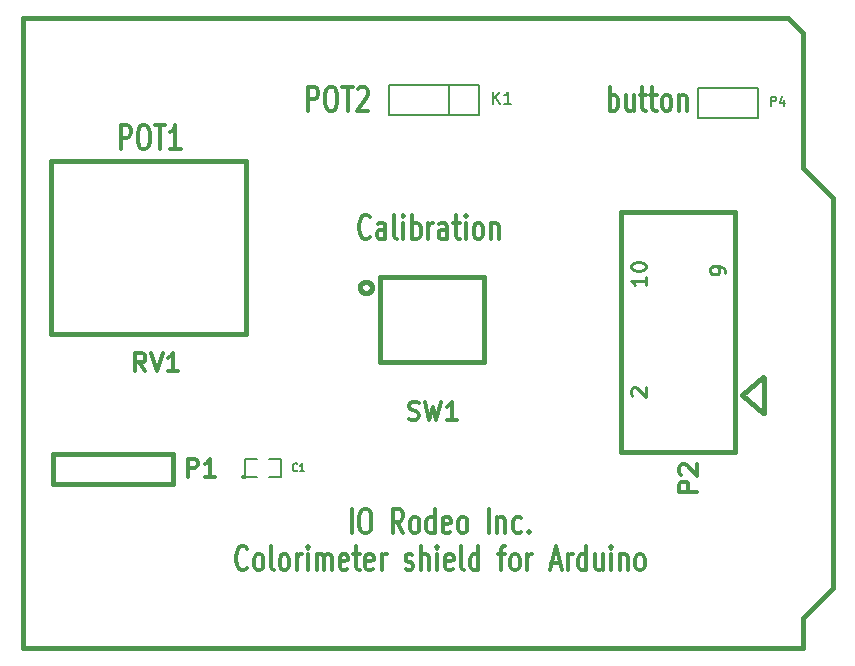
<source format=gto>
G04 (created by PCBNEW-RS274X (2011-07-19)-testing) date Tue 10 Jan 2012 03:03:46 PM PST*
G01*
G70*
G90*
%MOIN*%
G04 Gerber Fmt 3.4, Leading zero omitted, Abs format*
%FSLAX34Y34*%
G04 APERTURE LIST*
%ADD10C,0.006000*%
%ADD11C,0.012000*%
%ADD12C,0.015000*%
%ADD13C,0.005000*%
%ADD14C,0.010000*%
G04 APERTURE END LIST*
G54D10*
G54D11*
X42139Y-28524D02*
X42139Y-27724D01*
X42139Y-28029D02*
X42196Y-27990D01*
X42310Y-27990D01*
X42367Y-28029D01*
X42396Y-28067D01*
X42425Y-28143D01*
X42425Y-28371D01*
X42396Y-28448D01*
X42367Y-28486D01*
X42310Y-28524D01*
X42196Y-28524D01*
X42139Y-28486D01*
X42939Y-27990D02*
X42939Y-28524D01*
X42682Y-27990D02*
X42682Y-28410D01*
X42710Y-28486D01*
X42768Y-28524D01*
X42853Y-28524D01*
X42910Y-28486D01*
X42939Y-28448D01*
X43139Y-27990D02*
X43368Y-27990D01*
X43225Y-27724D02*
X43225Y-28410D01*
X43253Y-28486D01*
X43311Y-28524D01*
X43368Y-28524D01*
X43482Y-27990D02*
X43711Y-27990D01*
X43568Y-27724D02*
X43568Y-28410D01*
X43596Y-28486D01*
X43654Y-28524D01*
X43711Y-28524D01*
X43997Y-28524D02*
X43939Y-28486D01*
X43911Y-28448D01*
X43882Y-28371D01*
X43882Y-28143D01*
X43911Y-28067D01*
X43939Y-28029D01*
X43997Y-27990D01*
X44082Y-27990D01*
X44139Y-28029D01*
X44168Y-28067D01*
X44197Y-28143D01*
X44197Y-28371D01*
X44168Y-28448D01*
X44139Y-28486D01*
X44082Y-28524D01*
X43997Y-28524D01*
X44454Y-27990D02*
X44454Y-28524D01*
X44454Y-28067D02*
X44482Y-28029D01*
X44540Y-27990D01*
X44625Y-27990D01*
X44682Y-28029D01*
X44711Y-28105D01*
X44711Y-28524D01*
X32090Y-28524D02*
X32090Y-27724D01*
X32318Y-27724D01*
X32376Y-27762D01*
X32404Y-27800D01*
X32433Y-27876D01*
X32433Y-27990D01*
X32404Y-28067D01*
X32376Y-28105D01*
X32318Y-28143D01*
X32090Y-28143D01*
X32804Y-27724D02*
X32918Y-27724D01*
X32976Y-27762D01*
X33033Y-27838D01*
X33061Y-27990D01*
X33061Y-28257D01*
X33033Y-28410D01*
X32976Y-28486D01*
X32918Y-28524D01*
X32804Y-28524D01*
X32747Y-28486D01*
X32690Y-28410D01*
X32661Y-28257D01*
X32661Y-27990D01*
X32690Y-27838D01*
X32747Y-27762D01*
X32804Y-27724D01*
X33233Y-27724D02*
X33576Y-27724D01*
X33405Y-28524D02*
X33405Y-27724D01*
X33747Y-27800D02*
X33776Y-27762D01*
X33833Y-27724D01*
X33976Y-27724D01*
X34033Y-27762D01*
X34062Y-27800D01*
X34090Y-27876D01*
X34090Y-27952D01*
X34062Y-28067D01*
X33719Y-28524D01*
X34090Y-28524D01*
X25840Y-29799D02*
X25840Y-28999D01*
X26068Y-28999D01*
X26126Y-29037D01*
X26154Y-29075D01*
X26183Y-29151D01*
X26183Y-29265D01*
X26154Y-29342D01*
X26126Y-29380D01*
X26068Y-29418D01*
X25840Y-29418D01*
X26554Y-28999D02*
X26668Y-28999D01*
X26726Y-29037D01*
X26783Y-29113D01*
X26811Y-29265D01*
X26811Y-29532D01*
X26783Y-29685D01*
X26726Y-29761D01*
X26668Y-29799D01*
X26554Y-29799D01*
X26497Y-29761D01*
X26440Y-29685D01*
X26411Y-29532D01*
X26411Y-29265D01*
X26440Y-29113D01*
X26497Y-29037D01*
X26554Y-28999D01*
X26983Y-28999D02*
X27326Y-28999D01*
X27155Y-29799D02*
X27155Y-28999D01*
X27840Y-29799D02*
X27497Y-29799D01*
X27669Y-29799D02*
X27669Y-28999D01*
X27612Y-29113D01*
X27554Y-29189D01*
X27497Y-29227D01*
X34154Y-32723D02*
X34125Y-32761D01*
X34039Y-32799D01*
X33982Y-32799D01*
X33897Y-32761D01*
X33839Y-32685D01*
X33811Y-32608D01*
X33782Y-32456D01*
X33782Y-32342D01*
X33811Y-32189D01*
X33839Y-32113D01*
X33897Y-32037D01*
X33982Y-31999D01*
X34039Y-31999D01*
X34125Y-32037D01*
X34154Y-32075D01*
X34668Y-32799D02*
X34668Y-32380D01*
X34639Y-32304D01*
X34582Y-32265D01*
X34468Y-32265D01*
X34411Y-32304D01*
X34668Y-32761D02*
X34611Y-32799D01*
X34468Y-32799D01*
X34411Y-32761D01*
X34382Y-32685D01*
X34382Y-32608D01*
X34411Y-32532D01*
X34468Y-32494D01*
X34611Y-32494D01*
X34668Y-32456D01*
X35040Y-32799D02*
X34982Y-32761D01*
X34954Y-32685D01*
X34954Y-31999D01*
X35268Y-32799D02*
X35268Y-32265D01*
X35268Y-31999D02*
X35239Y-32037D01*
X35268Y-32075D01*
X35296Y-32037D01*
X35268Y-31999D01*
X35268Y-32075D01*
X35554Y-32799D02*
X35554Y-31999D01*
X35554Y-32304D02*
X35611Y-32265D01*
X35725Y-32265D01*
X35782Y-32304D01*
X35811Y-32342D01*
X35840Y-32418D01*
X35840Y-32646D01*
X35811Y-32723D01*
X35782Y-32761D01*
X35725Y-32799D01*
X35611Y-32799D01*
X35554Y-32761D01*
X36097Y-32799D02*
X36097Y-32265D01*
X36097Y-32418D02*
X36125Y-32342D01*
X36154Y-32304D01*
X36211Y-32265D01*
X36268Y-32265D01*
X36725Y-32799D02*
X36725Y-32380D01*
X36696Y-32304D01*
X36639Y-32265D01*
X36525Y-32265D01*
X36468Y-32304D01*
X36725Y-32761D02*
X36668Y-32799D01*
X36525Y-32799D01*
X36468Y-32761D01*
X36439Y-32685D01*
X36439Y-32608D01*
X36468Y-32532D01*
X36525Y-32494D01*
X36668Y-32494D01*
X36725Y-32456D01*
X36925Y-32265D02*
X37154Y-32265D01*
X37011Y-31999D02*
X37011Y-32685D01*
X37039Y-32761D01*
X37097Y-32799D01*
X37154Y-32799D01*
X37354Y-32799D02*
X37354Y-32265D01*
X37354Y-31999D02*
X37325Y-32037D01*
X37354Y-32075D01*
X37382Y-32037D01*
X37354Y-31999D01*
X37354Y-32075D01*
X37726Y-32799D02*
X37668Y-32761D01*
X37640Y-32723D01*
X37611Y-32646D01*
X37611Y-32418D01*
X37640Y-32342D01*
X37668Y-32304D01*
X37726Y-32265D01*
X37811Y-32265D01*
X37868Y-32304D01*
X37897Y-32342D01*
X37926Y-32418D01*
X37926Y-32646D01*
X37897Y-32723D01*
X37868Y-32761D01*
X37811Y-32799D01*
X37726Y-32799D01*
X38183Y-32265D02*
X38183Y-32799D01*
X38183Y-32342D02*
X38211Y-32304D01*
X38269Y-32265D01*
X38354Y-32265D01*
X38411Y-32304D01*
X38440Y-32380D01*
X38440Y-32799D01*
X33543Y-42599D02*
X33543Y-41799D01*
X33943Y-41799D02*
X34057Y-41799D01*
X34115Y-41837D01*
X34172Y-41913D01*
X34200Y-42065D01*
X34200Y-42332D01*
X34172Y-42485D01*
X34115Y-42561D01*
X34057Y-42599D01*
X33943Y-42599D01*
X33886Y-42561D01*
X33829Y-42485D01*
X33800Y-42332D01*
X33800Y-42065D01*
X33829Y-41913D01*
X33886Y-41837D01*
X33943Y-41799D01*
X35258Y-42599D02*
X35058Y-42218D01*
X34915Y-42599D02*
X34915Y-41799D01*
X35143Y-41799D01*
X35201Y-41837D01*
X35229Y-41875D01*
X35258Y-41951D01*
X35258Y-42065D01*
X35229Y-42142D01*
X35201Y-42180D01*
X35143Y-42218D01*
X34915Y-42218D01*
X35601Y-42599D02*
X35543Y-42561D01*
X35515Y-42523D01*
X35486Y-42446D01*
X35486Y-42218D01*
X35515Y-42142D01*
X35543Y-42104D01*
X35601Y-42065D01*
X35686Y-42065D01*
X35743Y-42104D01*
X35772Y-42142D01*
X35801Y-42218D01*
X35801Y-42446D01*
X35772Y-42523D01*
X35743Y-42561D01*
X35686Y-42599D01*
X35601Y-42599D01*
X36315Y-42599D02*
X36315Y-41799D01*
X36315Y-42561D02*
X36258Y-42599D01*
X36144Y-42599D01*
X36086Y-42561D01*
X36058Y-42523D01*
X36029Y-42446D01*
X36029Y-42218D01*
X36058Y-42142D01*
X36086Y-42104D01*
X36144Y-42065D01*
X36258Y-42065D01*
X36315Y-42104D01*
X36829Y-42561D02*
X36772Y-42599D01*
X36658Y-42599D01*
X36601Y-42561D01*
X36572Y-42485D01*
X36572Y-42180D01*
X36601Y-42104D01*
X36658Y-42065D01*
X36772Y-42065D01*
X36829Y-42104D01*
X36858Y-42180D01*
X36858Y-42256D01*
X36572Y-42332D01*
X37201Y-42599D02*
X37143Y-42561D01*
X37115Y-42523D01*
X37086Y-42446D01*
X37086Y-42218D01*
X37115Y-42142D01*
X37143Y-42104D01*
X37201Y-42065D01*
X37286Y-42065D01*
X37343Y-42104D01*
X37372Y-42142D01*
X37401Y-42218D01*
X37401Y-42446D01*
X37372Y-42523D01*
X37343Y-42561D01*
X37286Y-42599D01*
X37201Y-42599D01*
X38115Y-42599D02*
X38115Y-41799D01*
X38401Y-42065D02*
X38401Y-42599D01*
X38401Y-42142D02*
X38429Y-42104D01*
X38487Y-42065D01*
X38572Y-42065D01*
X38629Y-42104D01*
X38658Y-42180D01*
X38658Y-42599D01*
X39201Y-42561D02*
X39144Y-42599D01*
X39030Y-42599D01*
X38972Y-42561D01*
X38944Y-42523D01*
X38915Y-42446D01*
X38915Y-42218D01*
X38944Y-42142D01*
X38972Y-42104D01*
X39030Y-42065D01*
X39144Y-42065D01*
X39201Y-42104D01*
X39458Y-42523D02*
X39486Y-42561D01*
X39458Y-42599D01*
X39429Y-42561D01*
X39458Y-42523D01*
X39458Y-42599D01*
X30058Y-43763D02*
X30029Y-43801D01*
X29943Y-43839D01*
X29886Y-43839D01*
X29801Y-43801D01*
X29743Y-43725D01*
X29715Y-43648D01*
X29686Y-43496D01*
X29686Y-43382D01*
X29715Y-43229D01*
X29743Y-43153D01*
X29801Y-43077D01*
X29886Y-43039D01*
X29943Y-43039D01*
X30029Y-43077D01*
X30058Y-43115D01*
X30401Y-43839D02*
X30343Y-43801D01*
X30315Y-43763D01*
X30286Y-43686D01*
X30286Y-43458D01*
X30315Y-43382D01*
X30343Y-43344D01*
X30401Y-43305D01*
X30486Y-43305D01*
X30543Y-43344D01*
X30572Y-43382D01*
X30601Y-43458D01*
X30601Y-43686D01*
X30572Y-43763D01*
X30543Y-43801D01*
X30486Y-43839D01*
X30401Y-43839D01*
X30944Y-43839D02*
X30886Y-43801D01*
X30858Y-43725D01*
X30858Y-43039D01*
X31258Y-43839D02*
X31200Y-43801D01*
X31172Y-43763D01*
X31143Y-43686D01*
X31143Y-43458D01*
X31172Y-43382D01*
X31200Y-43344D01*
X31258Y-43305D01*
X31343Y-43305D01*
X31400Y-43344D01*
X31429Y-43382D01*
X31458Y-43458D01*
X31458Y-43686D01*
X31429Y-43763D01*
X31400Y-43801D01*
X31343Y-43839D01*
X31258Y-43839D01*
X31715Y-43839D02*
X31715Y-43305D01*
X31715Y-43458D02*
X31743Y-43382D01*
X31772Y-43344D01*
X31829Y-43305D01*
X31886Y-43305D01*
X32086Y-43839D02*
X32086Y-43305D01*
X32086Y-43039D02*
X32057Y-43077D01*
X32086Y-43115D01*
X32114Y-43077D01*
X32086Y-43039D01*
X32086Y-43115D01*
X32372Y-43839D02*
X32372Y-43305D01*
X32372Y-43382D02*
X32400Y-43344D01*
X32458Y-43305D01*
X32543Y-43305D01*
X32600Y-43344D01*
X32629Y-43420D01*
X32629Y-43839D01*
X32629Y-43420D02*
X32658Y-43344D01*
X32715Y-43305D01*
X32800Y-43305D01*
X32858Y-43344D01*
X32886Y-43420D01*
X32886Y-43839D01*
X33400Y-43801D02*
X33343Y-43839D01*
X33229Y-43839D01*
X33172Y-43801D01*
X33143Y-43725D01*
X33143Y-43420D01*
X33172Y-43344D01*
X33229Y-43305D01*
X33343Y-43305D01*
X33400Y-43344D01*
X33429Y-43420D01*
X33429Y-43496D01*
X33143Y-43572D01*
X33600Y-43305D02*
X33829Y-43305D01*
X33686Y-43039D02*
X33686Y-43725D01*
X33714Y-43801D01*
X33772Y-43839D01*
X33829Y-43839D01*
X34257Y-43801D02*
X34200Y-43839D01*
X34086Y-43839D01*
X34029Y-43801D01*
X34000Y-43725D01*
X34000Y-43420D01*
X34029Y-43344D01*
X34086Y-43305D01*
X34200Y-43305D01*
X34257Y-43344D01*
X34286Y-43420D01*
X34286Y-43496D01*
X34000Y-43572D01*
X34543Y-43839D02*
X34543Y-43305D01*
X34543Y-43458D02*
X34571Y-43382D01*
X34600Y-43344D01*
X34657Y-43305D01*
X34714Y-43305D01*
X35342Y-43801D02*
X35399Y-43839D01*
X35514Y-43839D01*
X35571Y-43801D01*
X35599Y-43725D01*
X35599Y-43686D01*
X35571Y-43610D01*
X35514Y-43572D01*
X35428Y-43572D01*
X35371Y-43534D01*
X35342Y-43458D01*
X35342Y-43420D01*
X35371Y-43344D01*
X35428Y-43305D01*
X35514Y-43305D01*
X35571Y-43344D01*
X35857Y-43839D02*
X35857Y-43039D01*
X36114Y-43839D02*
X36114Y-43420D01*
X36085Y-43344D01*
X36028Y-43305D01*
X35943Y-43305D01*
X35885Y-43344D01*
X35857Y-43382D01*
X36400Y-43839D02*
X36400Y-43305D01*
X36400Y-43039D02*
X36371Y-43077D01*
X36400Y-43115D01*
X36428Y-43077D01*
X36400Y-43039D01*
X36400Y-43115D01*
X36914Y-43801D02*
X36857Y-43839D01*
X36743Y-43839D01*
X36686Y-43801D01*
X36657Y-43725D01*
X36657Y-43420D01*
X36686Y-43344D01*
X36743Y-43305D01*
X36857Y-43305D01*
X36914Y-43344D01*
X36943Y-43420D01*
X36943Y-43496D01*
X36657Y-43572D01*
X37286Y-43839D02*
X37228Y-43801D01*
X37200Y-43725D01*
X37200Y-43039D01*
X37771Y-43839D02*
X37771Y-43039D01*
X37771Y-43801D02*
X37714Y-43839D01*
X37600Y-43839D01*
X37542Y-43801D01*
X37514Y-43763D01*
X37485Y-43686D01*
X37485Y-43458D01*
X37514Y-43382D01*
X37542Y-43344D01*
X37600Y-43305D01*
X37714Y-43305D01*
X37771Y-43344D01*
X38428Y-43305D02*
X38657Y-43305D01*
X38514Y-43839D02*
X38514Y-43153D01*
X38542Y-43077D01*
X38600Y-43039D01*
X38657Y-43039D01*
X38943Y-43839D02*
X38885Y-43801D01*
X38857Y-43763D01*
X38828Y-43686D01*
X38828Y-43458D01*
X38857Y-43382D01*
X38885Y-43344D01*
X38943Y-43305D01*
X39028Y-43305D01*
X39085Y-43344D01*
X39114Y-43382D01*
X39143Y-43458D01*
X39143Y-43686D01*
X39114Y-43763D01*
X39085Y-43801D01*
X39028Y-43839D01*
X38943Y-43839D01*
X39400Y-43839D02*
X39400Y-43305D01*
X39400Y-43458D02*
X39428Y-43382D01*
X39457Y-43344D01*
X39514Y-43305D01*
X39571Y-43305D01*
X40199Y-43610D02*
X40485Y-43610D01*
X40142Y-43839D02*
X40342Y-43039D01*
X40542Y-43839D01*
X40742Y-43839D02*
X40742Y-43305D01*
X40742Y-43458D02*
X40770Y-43382D01*
X40799Y-43344D01*
X40856Y-43305D01*
X40913Y-43305D01*
X41370Y-43839D02*
X41370Y-43039D01*
X41370Y-43801D02*
X41313Y-43839D01*
X41199Y-43839D01*
X41141Y-43801D01*
X41113Y-43763D01*
X41084Y-43686D01*
X41084Y-43458D01*
X41113Y-43382D01*
X41141Y-43344D01*
X41199Y-43305D01*
X41313Y-43305D01*
X41370Y-43344D01*
X41913Y-43305D02*
X41913Y-43839D01*
X41656Y-43305D02*
X41656Y-43725D01*
X41684Y-43801D01*
X41742Y-43839D01*
X41827Y-43839D01*
X41884Y-43801D01*
X41913Y-43763D01*
X42199Y-43839D02*
X42199Y-43305D01*
X42199Y-43039D02*
X42170Y-43077D01*
X42199Y-43115D01*
X42227Y-43077D01*
X42199Y-43039D01*
X42199Y-43115D01*
X42485Y-43305D02*
X42485Y-43839D01*
X42485Y-43382D02*
X42513Y-43344D01*
X42571Y-43305D01*
X42656Y-43305D01*
X42713Y-43344D01*
X42742Y-43420D01*
X42742Y-43839D01*
X43114Y-43839D02*
X43056Y-43801D01*
X43028Y-43763D01*
X42999Y-43686D01*
X42999Y-43458D01*
X43028Y-43382D01*
X43056Y-43344D01*
X43114Y-43305D01*
X43199Y-43305D01*
X43256Y-43344D01*
X43285Y-43382D01*
X43314Y-43458D01*
X43314Y-43686D01*
X43285Y-43763D01*
X43256Y-43801D01*
X43199Y-43839D01*
X43114Y-43839D01*
G54D12*
X34217Y-34412D02*
X34213Y-34450D01*
X34202Y-34487D01*
X34184Y-34521D01*
X34159Y-34550D01*
X34130Y-34575D01*
X34096Y-34593D01*
X34059Y-34604D01*
X34021Y-34608D01*
X33984Y-34605D01*
X33947Y-34594D01*
X33913Y-34576D01*
X33883Y-34552D01*
X33858Y-34523D01*
X33839Y-34489D01*
X33828Y-34452D01*
X33824Y-34414D01*
X33827Y-34377D01*
X33837Y-34340D01*
X33855Y-34306D01*
X33879Y-34276D01*
X33908Y-34251D01*
X33942Y-34232D01*
X33978Y-34220D01*
X34016Y-34216D01*
X34054Y-34218D01*
X34091Y-34229D01*
X34125Y-34246D01*
X34155Y-34270D01*
X34180Y-34299D01*
X34199Y-34332D01*
X34212Y-34369D01*
X34216Y-34407D01*
X34217Y-34412D01*
X34493Y-34058D02*
X37957Y-34058D01*
X37957Y-34058D02*
X37957Y-36892D01*
X37957Y-36892D02*
X34493Y-36892D01*
X34493Y-36892D02*
X34493Y-34058D01*
G54D13*
X30000Y-40725D02*
X29999Y-40734D01*
X29996Y-40744D01*
X29991Y-40752D01*
X29985Y-40760D01*
X29977Y-40766D01*
X29969Y-40771D01*
X29960Y-40773D01*
X29950Y-40774D01*
X29941Y-40774D01*
X29932Y-40771D01*
X29923Y-40766D01*
X29916Y-40760D01*
X29909Y-40753D01*
X29905Y-40744D01*
X29902Y-40735D01*
X29901Y-40725D01*
X29901Y-40716D01*
X29904Y-40707D01*
X29908Y-40698D01*
X29915Y-40691D01*
X29922Y-40684D01*
X29930Y-40680D01*
X29940Y-40677D01*
X29949Y-40676D01*
X29958Y-40676D01*
X29968Y-40679D01*
X29976Y-40683D01*
X29984Y-40689D01*
X29990Y-40697D01*
X29995Y-40705D01*
X29998Y-40714D01*
X29999Y-40724D01*
X30000Y-40725D01*
X30400Y-40725D02*
X30000Y-40725D01*
X30000Y-40725D02*
X30000Y-40125D01*
X30000Y-40125D02*
X30400Y-40125D01*
X30800Y-40125D02*
X31200Y-40125D01*
X31200Y-40125D02*
X31200Y-40725D01*
X31200Y-40725D02*
X30800Y-40725D01*
G54D12*
X23525Y-35950D02*
X30025Y-35950D01*
X23525Y-30200D02*
X30025Y-30200D01*
X30025Y-30200D02*
X30025Y-35950D01*
X23525Y-30200D02*
X23525Y-35950D01*
G54D10*
X37800Y-27650D02*
X37800Y-28650D01*
X37800Y-28650D02*
X34800Y-28650D01*
X34800Y-28650D02*
X34800Y-27650D01*
X34800Y-27650D02*
X37800Y-27650D01*
X36800Y-28650D02*
X36800Y-27650D01*
X47100Y-27750D02*
X47100Y-28750D01*
X47100Y-28750D02*
X45100Y-28750D01*
X45100Y-28750D02*
X45100Y-27750D01*
X45100Y-27750D02*
X47100Y-27750D01*
G54D12*
X42510Y-39880D02*
X42510Y-31880D01*
X42510Y-31880D02*
X46310Y-31880D01*
X46310Y-31880D02*
X46310Y-39880D01*
X46310Y-39880D02*
X42510Y-39880D01*
X47284Y-38597D02*
X47284Y-37415D01*
X46571Y-37992D02*
X47271Y-38592D01*
X47270Y-37392D02*
X46570Y-37992D01*
X48575Y-30425D02*
X48575Y-25925D01*
X48575Y-25925D02*
X48075Y-25425D01*
X48075Y-25425D02*
X22575Y-25425D01*
X48575Y-46425D02*
X22575Y-46425D01*
X22575Y-46425D02*
X22575Y-25425D01*
X48575Y-30425D02*
X49575Y-31425D01*
X49575Y-31425D02*
X49575Y-44425D01*
X49575Y-44425D02*
X48575Y-45425D01*
X48575Y-45425D02*
X48575Y-46425D01*
X27600Y-40950D02*
X27600Y-39950D01*
X27600Y-39950D02*
X23600Y-39950D01*
X23600Y-39950D02*
X23600Y-40950D01*
X23600Y-40950D02*
X27600Y-40950D01*
G54D11*
X35450Y-38789D02*
X35536Y-38818D01*
X35679Y-38818D01*
X35736Y-38789D01*
X35765Y-38761D01*
X35793Y-38704D01*
X35793Y-38646D01*
X35765Y-38589D01*
X35736Y-38561D01*
X35679Y-38532D01*
X35565Y-38504D01*
X35507Y-38475D01*
X35479Y-38446D01*
X35450Y-38389D01*
X35450Y-38332D01*
X35479Y-38275D01*
X35507Y-38246D01*
X35565Y-38218D01*
X35707Y-38218D01*
X35793Y-38246D01*
X35993Y-38218D02*
X36136Y-38818D01*
X36250Y-38389D01*
X36364Y-38818D01*
X36507Y-38218D01*
X37050Y-38818D02*
X36707Y-38818D01*
X36879Y-38818D02*
X36879Y-38218D01*
X36822Y-38304D01*
X36764Y-38361D01*
X36707Y-38389D01*
G54D13*
X31733Y-40502D02*
X31721Y-40514D01*
X31686Y-40526D01*
X31662Y-40526D01*
X31626Y-40514D01*
X31602Y-40490D01*
X31591Y-40467D01*
X31579Y-40419D01*
X31579Y-40383D01*
X31591Y-40336D01*
X31602Y-40312D01*
X31626Y-40288D01*
X31662Y-40276D01*
X31686Y-40276D01*
X31721Y-40288D01*
X31733Y-40300D01*
X31971Y-40526D02*
X31829Y-40526D01*
X31900Y-40526D02*
X31900Y-40276D01*
X31876Y-40312D01*
X31852Y-40336D01*
X31829Y-40348D01*
G54D11*
X26669Y-37193D02*
X26469Y-36907D01*
X26326Y-37193D02*
X26326Y-36593D01*
X26554Y-36593D01*
X26612Y-36621D01*
X26640Y-36650D01*
X26669Y-36707D01*
X26669Y-36793D01*
X26640Y-36850D01*
X26612Y-36879D01*
X26554Y-36907D01*
X26326Y-36907D01*
X26840Y-36593D02*
X27040Y-37193D01*
X27240Y-36593D01*
X27754Y-37193D02*
X27411Y-37193D01*
X27583Y-37193D02*
X27583Y-36593D01*
X27526Y-36679D01*
X27468Y-36736D01*
X27411Y-36764D01*
G54D10*
X38255Y-28287D02*
X38255Y-27887D01*
X38484Y-28287D02*
X38312Y-28058D01*
X38484Y-27887D02*
X38255Y-28115D01*
X38865Y-28287D02*
X38636Y-28287D01*
X38750Y-28287D02*
X38750Y-27887D01*
X38712Y-27944D01*
X38674Y-27982D01*
X38636Y-28001D01*
X47528Y-28346D02*
X47528Y-28046D01*
X47643Y-28046D01*
X47671Y-28061D01*
X47686Y-28075D01*
X47700Y-28104D01*
X47700Y-28146D01*
X47686Y-28175D01*
X47671Y-28189D01*
X47643Y-28204D01*
X47528Y-28204D01*
X47957Y-28146D02*
X47957Y-28346D01*
X47886Y-28032D02*
X47814Y-28246D01*
X48000Y-28246D01*
G54D11*
X45053Y-41222D02*
X44453Y-41222D01*
X44453Y-40994D01*
X44481Y-40936D01*
X44510Y-40908D01*
X44567Y-40879D01*
X44653Y-40879D01*
X44710Y-40908D01*
X44739Y-40936D01*
X44767Y-40994D01*
X44767Y-41222D01*
X44510Y-40651D02*
X44481Y-40622D01*
X44453Y-40565D01*
X44453Y-40422D01*
X44481Y-40365D01*
X44510Y-40336D01*
X44567Y-40308D01*
X44624Y-40308D01*
X44710Y-40336D01*
X45053Y-40679D01*
X45053Y-40308D01*
G54D14*
X43352Y-34046D02*
X43352Y-34332D01*
X43352Y-34189D02*
X42852Y-34189D01*
X42924Y-34237D01*
X42971Y-34284D01*
X42995Y-34332D01*
X42852Y-33737D02*
X42852Y-33689D01*
X42876Y-33641D01*
X42900Y-33618D01*
X42948Y-33594D01*
X43043Y-33570D01*
X43162Y-33570D01*
X43257Y-33594D01*
X43305Y-33618D01*
X43329Y-33641D01*
X43352Y-33689D01*
X43352Y-33737D01*
X43329Y-33784D01*
X43305Y-33808D01*
X43257Y-33832D01*
X43162Y-33856D01*
X43043Y-33856D01*
X42948Y-33832D01*
X42900Y-33808D01*
X42876Y-33784D01*
X42852Y-33737D01*
X45990Y-33928D02*
X45990Y-33833D01*
X45967Y-33785D01*
X45943Y-33761D01*
X45871Y-33714D01*
X45776Y-33690D01*
X45586Y-33690D01*
X45538Y-33714D01*
X45514Y-33738D01*
X45490Y-33785D01*
X45490Y-33881D01*
X45514Y-33928D01*
X45538Y-33952D01*
X45586Y-33976D01*
X45705Y-33976D01*
X45752Y-33952D01*
X45776Y-33928D01*
X45800Y-33881D01*
X45800Y-33785D01*
X45776Y-33738D01*
X45752Y-33714D01*
X45705Y-33690D01*
X42900Y-38031D02*
X42876Y-38007D01*
X42852Y-37959D01*
X42852Y-37840D01*
X42876Y-37793D01*
X42900Y-37769D01*
X42948Y-37745D01*
X42995Y-37745D01*
X43067Y-37769D01*
X43352Y-38055D01*
X43352Y-37745D01*
G54D11*
X28083Y-40718D02*
X28083Y-40118D01*
X28311Y-40118D01*
X28369Y-40146D01*
X28397Y-40175D01*
X28426Y-40232D01*
X28426Y-40318D01*
X28397Y-40375D01*
X28369Y-40404D01*
X28311Y-40432D01*
X28083Y-40432D01*
X28997Y-40718D02*
X28654Y-40718D01*
X28826Y-40718D02*
X28826Y-40118D01*
X28769Y-40204D01*
X28711Y-40261D01*
X28654Y-40289D01*
M02*

</source>
